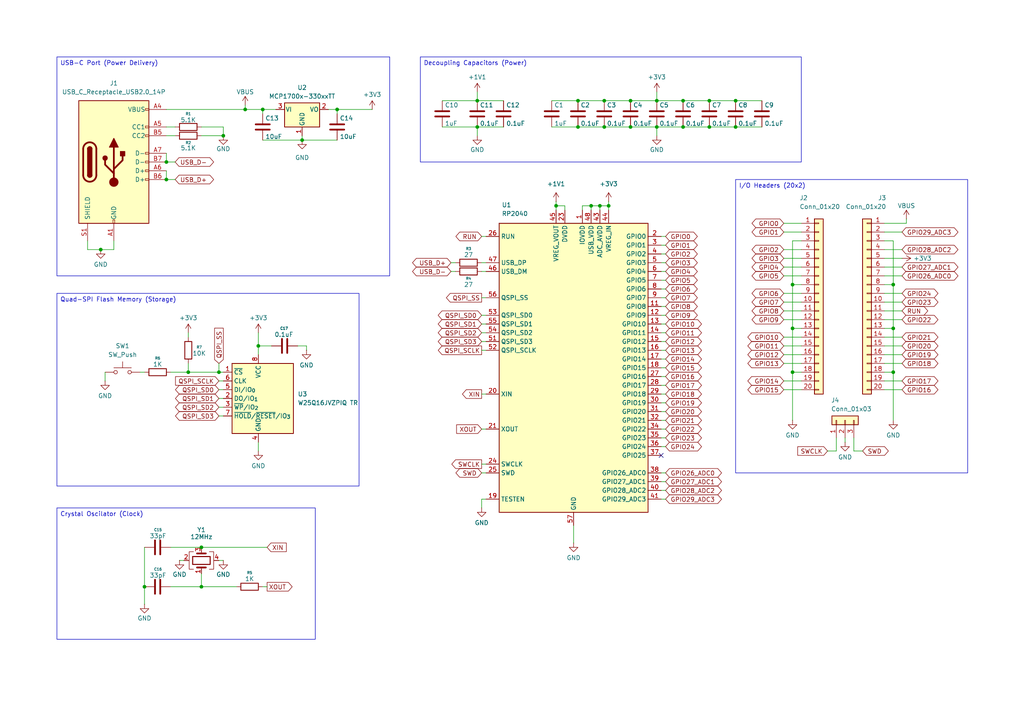
<source format=kicad_sch>
(kicad_sch (version 20250114) (generator "eeschema") (generator_version "9.0")
  (paper "A4")
  (title_block (title "RP2040-Devboard-Hackclub") (rev "v0.1") (company "Michael Zheng / NoozAbooz"))
  (lib_symbols
    (symbol "Connector:USB_C_Receptacle_USB2.0_14P" (pin_names (offset 1.016))
      (property "Reference" "J" (at 0 22.225 0))
      (property "Value" "USB_C_Receptacle_USB2.0_14P" (at 0 19.685 0))
      (symbol "USB_C_Receptacle_USB2.0_14P_1_1"
        (pin passive line (at -7.62 -22.86 90) (length 5.08) (name "SHIELD") (number "S1"))
        (pin passive line (at 0 -22.86 90) (length 5.08) (name "GND") (number "A1"))
        (pin passive line (at 0 -22.86 90) (length 5.08) (hide yes) (name "GND") (number "A12"))
        (pin passive line (at 0 -22.86 90) (length 5.08) (hide yes) (name "GND") (number "B1"))
        (pin passive line (at 0 -22.86 90) (length 5.08) (hide yes) (name "GND") (number "B12"))
        (pin passive line (at 15.24 15.24 180) (length 5.08) (name "VBUS") (number "A4"))
        (pin passive line (at 15.24 15.24 180) (length 5.08) (hide yes) (name "VBUS") (number "A9"))
        (pin passive line (at 15.24 15.24 180) (length 5.08) (hide yes) (name "VBUS") (number "B4"))
        (pin passive line (at 15.24 15.24 180) (length 5.08) (hide yes) (name "VBUS") (number "B9"))
        (pin bidirectional line (at 15.24 10.16 180) (length 5.08) (name "CC1") (number "A5"))
        (pin bidirectional line (at 15.24 7.62 180) (length 5.08) (name "CC2") (number "B5"))
        (pin bidirectional line (at 15.24 2.54 180) (length 5.08) (name "D-") (number "A7"))
        (pin bidirectional line (at 15.24 0 180) (length 5.08) (name "D-") (number "B7"))
        (pin bidirectional line (at 15.24 -2.54 180) (length 5.08) (name "D+") (number "A6"))
        (pin bidirectional line (at 15.24 -5.08 180) (length 5.08) (name "D+") (number "B6"))
      )
    )
    (symbol "Connector_Generic:Conn_01x03" (pin_names (offset 1.016) (hide yes))
      (property "Reference" "J" (at 0 5.08 0))
      (property "Value" "Conn_01x03" (at 0 -5.08 0))
      (symbol "Conn_01x03_1_1"
        (pin passive line (at -5.08 2.54 0) (length 3.81) (name "Pin_1") (number "1"))
        (pin passive line (at -5.08 0 0) (length 3.81) (name "Pin_2") (number "2"))
        (pin passive line (at -5.08 -2.54 0) (length 3.81) (name "Pin_3") (number "3"))
      )
    )
    (symbol "Connector_Generic:Conn_01x20" (pin_names (offset 1.016) (hide yes))
      (property "Reference" "J" (at 0 25.4 0))
      (property "Value" "Conn_01x20" (at 0 -27.94 0))
      (symbol "Conn_01x20_1_1"
        (pin passive line (at -5.08 22.86 0) (length 3.81) (name "Pin_1") (number "1"))
        (pin passive line (at -5.08 20.32 0) (length 3.81) (name "Pin_2") (number "2"))
        (pin passive line (at -5.08 17.78 0) (length 3.81) (name "Pin_3") (number "3"))
        (pin passive line (at -5.08 15.24 0) (length 3.81) (name "Pin_4") (number "4"))
        (pin passive line (at -5.08 12.7 0) (length 3.81) (name "Pin_5") (number "5"))
        (pin passive line (at -5.08 10.16 0) (length 3.81) (name "Pin_6") (number "6"))
        (pin passive line (at -5.08 7.62 0) (length 3.81) (name "Pin_7") (number "7"))
        (pin passive line (at -5.08 5.08 0) (length 3.81) (name "Pin_8") (number "8"))
        (pin passive line (at -5.08 2.54 0) (length 3.81) (name "Pin_9") (number "9"))
        (pin passive line (at -5.08 0 0) (length 3.81) (name "Pin_10") (number "10"))
        (pin passive line (at -5.08 -2.54 0) (length 3.81) (name "Pin_11") (number "11"))
        (pin passive line (at -5.08 -5.08 0) (length 3.81) (name "Pin_12") (number "12"))
        (pin passive line (at -5.08 -7.62 0) (length 3.81) (name "Pin_13") (number "13"))
        (pin passive line (at -5.08 -10.16 0) (length 3.81) (name "Pin_14") (number "14"))
        (pin passive line (at -5.08 -12.7 0) (length 3.81) (name "Pin_15") (number "15"))
        (pin passive line (at -5.08 -15.24 0) (length 3.81) (name "Pin_16") (number "16"))
        (pin passive line (at -5.08 -17.78 0) (length 3.81) (name "Pin_17") (number "17"))
        (pin passive line (at -5.08 -20.32 0) (length 3.81) (name "Pin_18") (number "18"))
        (pin passive line (at -5.08 -22.86 0) (length 3.81) (name "Pin_19") (number "19"))
        (pin passive line (at -5.08 -25.4 0) (length 3.81) (name "Pin_20") (number "20"))
      )
    )
    (symbol "Device:C" (pin_numbers (hide yes)) (pin_names (offset 0.254))
      (property "Reference" "C" (at 0.635 2.54 0))
      (property "Value" "C" (at 0.635 -2.54 0))
      (symbol "C_1_1"
        (pin passive line (at 0 3.81 270) (length 2.794) (name "~") (number "1"))
        (pin passive line (at 0 -3.81 90) (length 2.794) (name "~") (number "2"))
      )
    )
    (symbol "Device:Crystal_GND24" (pin_names (offset 1.016) (hide yes))
      (property "Reference" "Y" (at 3.175 5.08 0))
      (property "Value" "Crystal_GND24" (at 3.175 3.175 0))
      (symbol "Crystal_GND24_1_1"
        (pin passive line (at -3.81 0 0) (length 1.27) (name "1") (number "1"))
        (pin passive line (at 0 5.08 270) (length 1.27) (name "2") (number "2"))
        (pin passive line (at 0 -5.08 90) (length 1.27) (name "4") (number "4"))
        (pin passive line (at 3.81 0 180) (length 1.27) (name "3") (number "3"))
      )
    )
    (symbol "Device:R" (pin_numbers (hide yes)) (pin_names (offset 0))
      (property "Reference" "R" (at 2.032 0 90))
      (property "Value" "R" (at 0 0 90))
      (symbol "R_1_1"
        (pin passive line (at 0 3.81 270) (length 1.27) (name "~") (number "1"))
        (pin passive line (at 0 -3.81 90) (length 1.27) (name "~") (number "2"))
      )
    )
    (symbol "MCU_RaspberryPi:RP2040"
      (property "Reference" "U" (at 17.78 45.72 0))
      (property "Value" "RP2040" (at 17.78 43.18 0))
      (symbol "RP2040_1_1"
        (pin input line (at -25.4 38.1 0) (length 3.81) (name "RUN") (number "26"))
        (pin bidirectional line (at -25.4 30.48 0) (length 3.81) (name "USB_DP") (number "47"))
        (pin bidirectional line (at -25.4 27.94 0) (length 3.81) (name "USB_DM") (number "46"))
        (pin bidirectional line (at -25.4 20.32 0) (length 3.81) (name "QSPI_SS") (number "56"))
        (pin bidirectional line (at -25.4 15.24 0) (length 3.81) (name "QSPI_SD0") (number "53"))
        (pin bidirectional line (at -25.4 12.7 0) (length 3.81) (name "QSPI_SD1") (number "55"))
        (pin bidirectional line (at -25.4 10.16 0) (length 3.81) (name "QSPI_SD2") (number "54"))
        (pin bidirectional line (at -25.4 7.62 0) (length 3.81) (name "QSPI_SD3") (number "51"))
        (pin output line (at -25.4 5.08 0) (length 3.81) (name "QSPI_SCLK") (number "52"))
        (pin input line (at -25.4 -7.62 0) (length 3.81) (name "XIN") (number "20"))
        (pin passive line (at -25.4 -17.78 0) (length 3.81) (name "XOUT") (number "21"))
        (pin input line (at -25.4 -27.94 0) (length 3.81) (name "SWCLK") (number "24"))
        (pin bidirectional line (at -25.4 -30.48 0) (length 3.81) (name "SWD") (number "25"))
        (pin input line (at -25.4 -38.1 0) (length 3.81) (name "TESTEN") (number "19"))
        (pin power_out line (at -5.08 45.72 270) (length 3.81) (name "VREG_VOUT") (number "45"))
        (pin power_in line (at -2.54 45.72 270) (length 3.81) (name "DVDD") (number "23"))
        (pin passive line (at -2.54 45.72 270) (length 3.81) (hide yes) (name "DVDD") (number "50"))
        (pin power_in line (at 0 -45.72 90) (length 3.81) (name "GND") (number "57"))
        (pin power_in line (at 2.54 45.72 270) (length 3.81) (name "IOVDD") (number "1"))
        (pin passive line (at 2.54 45.72 270) (length 3.81) (hide yes) (name "IOVDD") (number "10"))
        (pin passive line (at 2.54 45.72 270) (length 3.81) (hide yes) (name "IOVDD") (number "22"))
        (pin passive line (at 2.54 45.72 270) (length 3.81) (hide yes) (name "IOVDD") (number "33"))
        (pin passive line (at 2.54 45.72 270) (length 3.81) (hide yes) (name "IOVDD") (number "42"))
        (pin passive line (at 2.54 45.72 270) (length 3.81) (hide yes) (name "IOVDD") (number "49"))
        (pin power_in line (at 5.08 45.72 270) (length 3.81) (name "USB_VDD") (number "48"))
        (pin power_in line (at 7.62 45.72 270) (length 3.81) (name "ADC_AVDD") (number "43"))
        (pin power_in line (at 10.16 45.72 270) (length 3.81) (name "VREG_IN") (number "44"))
        (pin bidirectional line (at 25.4 38.1 180) (length 3.81) (name "GPIO0") (number "2"))
        (pin bidirectional line (at 25.4 35.56 180) (length 3.81) (name "GPIO1") (number "3"))
        (pin bidirectional line (at 25.4 33.02 180) (length 3.81) (name "GPIO2") (number "4"))
        (pin bidirectional line (at 25.4 30.48 180) (length 3.81) (name "GPIO3") (number "5"))
        (pin bidirectional line (at 25.4 27.94 180) (length 3.81) (name "GPIO4") (number "6"))
        (pin bidirectional line (at 25.4 25.4 180) (length 3.81) (name "GPIO5") (number "7"))
        (pin bidirectional line (at 25.4 22.86 180) (length 3.81) (name "GPIO6") (number "8"))
        (pin bidirectional line (at 25.4 20.32 180) (length 3.81) (name "GPIO7") (number "9"))
        (pin bidirectional line (at 25.4 17.78 180) (length 3.81) (name "GPIO8") (number "11"))
        (pin bidirectional line (at 25.4 15.24 180) (length 3.81) (name "GPIO9") (number "12"))
        (pin bidirectional line (at 25.4 12.7 180) (length 3.81) (name "GPIO10") (number "13"))
        (pin bidirectional line (at 25.4 10.16 180) (length 3.81) (name "GPIO11") (number "14"))
        (pin bidirectional line (at 25.4 7.62 180) (length 3.81) (name "GPIO12") (number "15"))
        (pin bidirectional line (at 25.4 5.08 180) (length 3.81) (name "GPIO13") (number "16"))
        (pin bidirectional line (at 25.4 2.54 180) (length 3.81) (name "GPIO14") (number "17"))
        (pin bidirectional line (at 25.4 0 180) (length 3.81) (name "GPIO15") (number "18"))
        (pin bidirectional line (at 25.4 -2.54 180) (length 3.81) (name "GPIO16") (number "27"))
        (pin bidirectional line (at 25.4 -5.08 180) (length 3.81) (name "GPIO17") (number "28"))
        (pin bidirectional line (at 25.4 -7.62 180) (length 3.81) (name "GPIO18") (number "29"))
        (pin bidirectional line (at 25.4 -10.16 180) (length 3.81) (name "GPIO19") (number "30"))
        (pin bidirectional line (at 25.4 -12.7 180) (length 3.81) (name "GPIO20") (number "31"))
        (pin bidirectional line (at 25.4 -15.24 180) (length 3.81) (name "GPIO21") (number "32"))
        (pin bidirectional line (at 25.4 -17.78 180) (length 3.81) (name "GPIO22") (number "34"))
        (pin bidirectional line (at 25.4 -20.32 180) (length 3.81) (name "GPIO23") (number "35"))
        (pin bidirectional line (at 25.4 -22.86 180) (length 3.81) (name "GPIO24") (number "36"))
        (pin bidirectional line (at 25.4 -25.4 180) (length 3.81) (name "GPIO25") (number "37"))
        (pin bidirectional line (at 25.4 -30.48 180) (length 3.81) (name "GPIO26_ADC0") (number "38"))
        (pin bidirectional line (at 25.4 -33.02 180) (length 3.81) (name "GPIO27_ADC1") (number "39"))
        (pin bidirectional line (at 25.4 -35.56 180) (length 3.81) (name "GPIO28_ADC2") (number "40"))
        (pin bidirectional line (at 25.4 -38.1 180) (length 3.81) (name "GPIO29_ADC3") (number "41"))
      )
    )
    (symbol "Memory_Flash:W25Q128JVS"
      (property "Reference" "U" (at -6.35 11.43 0))
      (property "Value" "W25Q128JVS" (at 7.62 11.43 0))
      (symbol "W25Q128JVS_1_1"
        (pin input line (at -10.16 7.62 0) (length 2.54) (name "~{CS}") (number "1"))
        (pin input line (at -10.16 5.08 0) (length 2.54) (name "CLK") (number "6"))
        (pin bidirectional line (at -10.16 2.54 0) (length 2.54) (name "DI/IO_{0}") (number "5"))
        (pin bidirectional line (at -10.16 0 0) (length 2.54) (name "DO/IO_{1}") (number "2"))
        (pin bidirectional line (at -10.16 -2.54 0) (length 2.54) (name "~{WP}/IO_{2}") (number "3"))
        (pin bidirectional line (at -10.16 -5.08 0) (length 2.54) (name "~{HOLD}/~{RESET}/IO_{3}") (number "7"))
        (pin power_in line (at 0 12.7 270) (length 2.54) (name "VCC") (number "8"))
        (pin power_in line (at 0 -12.7 90) (length 2.54) (name "GND") (number "4"))
      )
    )
    (symbol "Regulator_Linear:MCP1700x-330xxTT" (pin_names (offset 0.254))
      (property "Reference" "U" (at -3.81 3.175 0))
      (property "Value" "MCP1700x-330xxTT" (at 0 3.175 0))
      (symbol "MCP1700x-330xxTT_1_1"
        (pin power_in line (at -7.62 0 0) (length 2.54) (name "VI") (number "3"))
        (pin power_in line (at 0 -7.62 90) (length 2.54) (name "GND") (number "1"))
        (pin power_out line (at 7.62 0 180) (length 2.54) (name "VO") (number "2"))
      )
    )
    (symbol "Switch:SW_Push" (pin_numbers (hide yes)) (pin_names (offset 1.016) (hide yes))
      (property "Reference" "SW" (at 1.27 2.54 0))
      (property "Value" "SW_Push" (at 0 -1.524 0))
      (symbol "SW_Push_0_1"
        (pin passive line (at -5.08 0 0) (length 2.54) (name "1") (number "1"))
        (pin passive line (at 5.08 0 180) (length 2.54) (name "2") (number "2"))
      )
    )
    (symbol "power:+1V1" (power) (pin_numbers (hide yes)) (pin_names (offset 0) (hide yes))
      (property "Value" "+1V1" (at 0 3.556 0))
      (symbol "+1V1_1_1"
        (pin power_in line (at 0 0 90) (length 0) (name "~") (number "1"))
      )
    )
    (symbol "power:+3V3" (power) (pin_numbers (hide yes)) (pin_names (offset 0) (hide yes))
      (property "Value" "+3V3" (at 0 3.556 0))
      (symbol "+3V3_1_1"
        (pin power_in line (at 0 0 90) (length 0) (name "~") (number "1"))
      )
    )
    (symbol "power:GND" (power) (pin_numbers (hide yes)) (pin_names (offset 0) (hide yes))
      (property "Value" "GND" (at 0 -3.81 0))
      (symbol "GND_1_1"
        (pin power_in line (at 0 0 270) (length 0) (name "~") (number "1"))
      )
    )
    (symbol "power:VBUS" (power) (pin_numbers (hide yes)) (pin_names (offset 0) (hide yes))
      (property "Value" "VBUS" (at 0 3.556 0))
      (symbol "VBUS_1_1"
        (pin power_in line (at 0 0 90) (length 0) (name "~") (number "1"))
      )
    )
  )
  (text_box "I/O Headers (20x2)\n" (at 213.36 52.07 0) (size 67.31 85.09) (margins 0.9525 0.9525 0.9525 0.9525) (effects (font (size 1.27 1.27)) (justify left top)))
  (text_box "Crystal Oscilator (Clock)\n" (at 16.51 147.32 0) (size 74.93 38.1) (margins 0.9525 0.9525 0.9525 0.9525) (effects (font (size 1.27 1.27)) (justify left top)))
  (text_box "Quad-SPI Flash Memory (Storage)\n" (at 16.51 85.09 0) (size 87.63 55.88) (margins 0.9525 0.9525 0.9525 0.9525) (effects (font (size 1.27 1.27)) (justify left top)))
  (text_box "USB-C Port (Power Delivery)\n" (at 16.51 16.51 0) (size 96.52 63.5) (margins 0.9525 0.9525 0.9525 0.9525) (effects (font (size 1.27 1.27)) (justify left top)))
  (text_box "Decoupling Capacitors (Power)\n" (at 121.92 16.51 0) (size 110.49 30.48) (margins 0.9525 0.9525 0.9525 0.9525) (effects (font (size 1.27 1.27)) (justify left top)))
  (junction (at 76.2 31.75))
  (junction (at 182.88 29.21))
  (junction (at 138.43 29.21))
  (junction (at 190.5 29.21))
  (junction (at 97.79 31.75))
  (junction (at 190.5 36.83))
  (junction (at 173.99 59.69))
  (junction (at 205.74 29.21))
  (junction (at 48.26 52.07))
  (junction (at 48.26 46.99))
  (junction (at 54.61 107.95))
  (junction (at 71.12 31.75))
  (junction (at 213.36 29.21))
  (junction (at 229.87 107.95))
  (junction (at 167.64 29.21))
  (junction (at 41.91 170.18))
  (junction (at 213.36 36.83))
  (junction (at 205.74 36.83))
  (junction (at 171.45 59.69))
  (junction (at 259.08 82.55))
  (junction (at 259.08 107.95))
  (junction (at 64.77 39.37))
  (junction (at 198.12 29.21))
  (junction (at 63.5 107.95))
  (junction (at 175.26 29.21))
  (junction (at 198.12 36.83))
  (junction (at 175.26 36.83))
  (junction (at 138.43 36.83))
  (junction (at 74.93 100.33))
  (junction (at 29.21 72.39))
  (junction (at 87.63 40.64))
  (junction (at 176.53 59.69))
  (junction (at 58.42 158.75))
  (junction (at 161.29 59.69))
  (junction (at 229.87 95.25))
  (junction (at 58.42 170.18))
  (junction (at 167.64 36.83))
  (junction (at 229.87 82.55))
  (junction (at 182.88 36.83))
  (junction (at 259.08 95.25))
  (no_connect (at 191.77 132.08))
  (wire (pts (xy 160.02 29.21) (xy 167.64 29.21)))
  (wire (pts (xy 139.7 99.06) (xy 140.97 99.06)))
  (wire (pts (xy 227.33 90.17) (xy 232.41 90.17)))
  (wire (pts (xy 227.33 113.03) (xy 232.41 113.03)))
  (wire (pts (xy 242.57 127) (xy 242.57 130.81)))
  (wire (pts (xy 140.97 144.78) (xy 139.7 144.78)))
  (wire (pts (xy 54.61 96.52) (xy 54.61 97.79)))
  (wire (pts (xy 259.08 82.55) (xy 259.08 95.25)))
  (wire (pts (xy 138.43 29.21) (xy 146.05 29.21)))
  (wire (pts (xy 74.93 100.33) (xy 78.74 100.33)))
  (wire (pts (xy 139.7 78.74) (xy 140.97 78.74)))
  (wire (pts (xy 259.08 107.95) (xy 259.08 121.92)))
  (wire (pts (xy 63.5 162.56) (xy 64.77 162.56)))
  (wire (pts (xy 138.43 26.67) (xy 138.43 29.21)))
  (wire (pts (xy 139.7 134.62) (xy 140.97 134.62)))
  (wire (pts (xy 166.37 152.4) (xy 166.37 157.48)))
  (wire (pts (xy 54.61 107.95) (xy 63.5 107.95)))
  (wire (pts (xy 175.26 36.83) (xy 182.88 36.83)))
  (wire (pts (xy 205.74 36.83) (xy 213.36 36.83)))
  (wire (pts (xy 256.54 90.17) (xy 261.62 90.17)))
  (wire (pts (xy 49.53 158.75) (xy 58.42 158.75)))
  (wire (pts (xy 256.54 82.55) (xy 259.08 82.55)))
  (wire (pts (xy 190.5 36.83) (xy 198.12 36.83)))
  (wire (pts (xy 171.45 59.69) (xy 173.99 59.69)))
  (wire (pts (xy 227.33 77.47) (xy 232.41 77.47)))
  (wire (pts (xy 227.33 72.39) (xy 232.41 72.39)))
  (wire (pts (xy 227.33 74.93) (xy 232.41 74.93)))
  (wire (pts (xy 227.33 64.77) (xy 232.41 64.77)))
  (wire (pts (xy 191.77 93.98) (xy 193.04 93.98)))
  (wire (pts (xy 54.61 107.95) (xy 54.61 105.41)))
  (wire (pts (xy 227.33 87.63) (xy 232.41 87.63)))
  (wire (pts (xy 191.77 91.44) (xy 193.04 91.44)))
  (wire (pts (xy 247.65 127) (xy 247.65 130.81)))
  (wire (pts (xy 139.7 114.3) (xy 140.97 114.3)))
  (wire (pts (xy 191.77 137.16) (xy 193.04 137.16)))
  (wire (pts (xy 48.26 46.99) (xy 50.8 46.99)))
  (wire (pts (xy 191.77 127) (xy 193.04 127)))
  (wire (pts (xy 229.87 82.55) (xy 229.87 95.25)))
  (wire (pts (xy 256.54 67.31) (xy 261.62 67.31)))
  (wire (pts (xy 139.7 86.36) (xy 140.97 86.36)))
  (wire (pts (xy 191.77 114.3) (xy 193.04 114.3)))
  (wire (pts (xy 48.26 31.75) (xy 71.12 31.75)))
  (wire (pts (xy 173.99 59.69) (xy 176.53 59.69)))
  (wire (pts (xy 167.64 29.21) (xy 175.26 29.21)))
  (wire (pts (xy 198.12 36.83) (xy 205.74 36.83)))
  (wire (pts (xy 191.77 71.12) (xy 193.04 71.12)))
  (wire (pts (xy 229.87 95.25) (xy 229.87 107.95)))
  (wire (pts (xy 161.29 59.69) (xy 163.83 59.69)))
  (wire (pts (xy 74.93 96.52) (xy 74.93 100.33)))
  (wire (pts (xy 40.64 107.95) (xy 41.91 107.95)))
  (wire (pts (xy 256.54 87.63) (xy 261.62 87.63)))
  (wire (pts (xy 139.7 144.78) (xy 139.7 147.32)))
  (wire (pts (xy 191.77 142.24) (xy 193.04 142.24)))
  (wire (pts (xy 76.2 40.64) (xy 87.63 40.64)))
  (wire (pts (xy 227.33 100.33) (xy 232.41 100.33)))
  (wire (pts (xy 256.54 105.41) (xy 261.62 105.41)))
  (wire (pts (xy 227.33 80.01) (xy 232.41 80.01)))
  (wire (pts (xy 191.77 68.58) (xy 193.04 68.58)))
  (wire (pts (xy 168.91 59.69) (xy 171.45 59.69)))
  (wire (pts (xy 139.7 68.58) (xy 140.97 68.58)))
  (wire (pts (xy 191.77 81.28) (xy 193.04 81.28)))
  (wire (pts (xy 74.93 128.27) (xy 74.93 130.81)))
  (wire (pts (xy 64.77 107.95) (xy 63.5 107.95)))
  (wire (pts (xy 97.79 31.75) (xy 97.79 33.02)))
  (wire (pts (xy 191.77 116.84) (xy 193.04 116.84)))
  (wire (pts (xy 256.54 74.93) (xy 261.62 74.93)))
  (wire (pts (xy 262.89 63.5) (xy 262.89 64.77)))
  (wire (pts (xy 63.5 110.49) (xy 64.77 110.49)))
  (wire (pts (xy 229.87 82.55) (xy 232.41 82.55)))
  (wire (pts (xy 259.08 95.25) (xy 259.08 107.95)))
  (wire (pts (xy 256.54 80.01) (xy 261.62 80.01)))
  (wire (pts (xy 138.43 36.83) (xy 138.43 39.37)))
  (wire (pts (xy 256.54 110.49) (xy 261.62 110.49)))
  (wire (pts (xy 160.02 36.83) (xy 167.64 36.83)))
  (wire (pts (xy 58.42 158.75) (xy 77.47 158.75)))
  (wire (pts (xy 128.27 29.21) (xy 138.43 29.21)))
  (wire (pts (xy 191.77 73.66) (xy 193.04 73.66)))
  (wire (pts (xy 190.5 26.67) (xy 190.5 29.21)))
  (wire (pts (xy 87.63 39.37) (xy 87.63 40.64)))
  (wire (pts (xy 232.41 69.85) (xy 229.87 69.85)))
  (wire (pts (xy 227.33 85.09) (xy 232.41 85.09)))
  (wire (pts (xy 256.54 69.85) (xy 259.08 69.85)))
  (wire (pts (xy 138.43 36.83) (xy 146.05 36.83)))
  (wire (pts (xy 191.77 121.92) (xy 193.04 121.92)))
  (wire (pts (xy 64.77 36.83) (xy 58.42 36.83)))
  (wire (pts (xy 63.5 113.03) (xy 64.77 113.03)))
  (wire (pts (xy 71.12 30.48) (xy 71.12 31.75)))
  (wire (pts (xy 49.53 170.18) (xy 58.42 170.18)))
  (wire (pts (xy 227.33 102.87) (xy 232.41 102.87)))
  (wire (pts (xy 191.77 139.7) (xy 193.04 139.7)))
  (wire (pts (xy 175.26 29.21) (xy 182.88 29.21)))
  (wire (pts (xy 191.77 96.52) (xy 193.04 96.52)))
  (wire (pts (xy 191.77 144.78) (xy 193.04 144.78)))
  (wire (pts (xy 86.36 100.33) (xy 88.9 100.33)))
  (wire (pts (xy 256.54 92.71) (xy 261.62 92.71)))
  (wire (pts (xy 242.57 130.81) (xy 240.03 130.81)))
  (wire (pts (xy 191.77 106.68) (xy 193.04 106.68)))
  (wire (pts (xy 191.77 78.74) (xy 193.04 78.74)))
  (wire (pts (xy 182.88 29.21) (xy 190.5 29.21)))
  (wire (pts (xy 64.77 39.37) (xy 58.42 39.37)))
  (wire (pts (xy 171.45 59.69) (xy 171.45 60.96)))
  (wire (pts (xy 190.5 36.83) (xy 190.5 39.37)))
  (wire (pts (xy 247.65 130.81) (xy 250.19 130.81)))
  (wire (pts (xy 182.88 36.83) (xy 190.5 36.83)))
  (wire (pts (xy 88.9 100.33) (xy 88.9 101.6)))
  (wire (pts (xy 64.77 36.83) (xy 64.77 39.37)))
  (wire (pts (xy 76.2 31.75) (xy 76.2 33.02)))
  (wire (pts (xy 256.54 102.87) (xy 261.62 102.87)))
  (wire (pts (xy 87.63 40.64) (xy 97.79 40.64)))
  (wire (pts (xy 33.02 72.39) (xy 33.02 69.85)))
  (wire (pts (xy 74.93 100.33) (xy 74.93 102.87)))
  (wire (pts (xy 97.79 31.75) (xy 107.95 31.75)))
  (wire (pts (xy 41.91 170.18) (xy 41.91 175.26)))
  (wire (pts (xy 191.77 109.22) (xy 193.04 109.22)))
  (wire (pts (xy 256.54 85.09) (xy 261.62 85.09)))
  (wire (pts (xy 139.7 101.6) (xy 140.97 101.6)))
  (wire (pts (xy 229.87 107.95) (xy 232.41 107.95)))
  (wire (pts (xy 227.33 105.41) (xy 232.41 105.41)))
  (wire (pts (xy 227.33 92.71) (xy 232.41 92.71)))
  (wire (pts (xy 139.7 91.44) (xy 140.97 91.44)))
  (wire (pts (xy 227.33 110.49) (xy 232.41 110.49)))
  (wire (pts (xy 256.54 100.33) (xy 261.62 100.33)))
  (wire (pts (xy 41.91 158.75) (xy 41.91 170.18)))
  (wire (pts (xy 245.11 127) (xy 245.11 128.27)))
  (wire (pts (xy 58.42 170.18) (xy 68.58 170.18)))
  (wire (pts (xy 48.26 44.45) (xy 48.26 46.99)))
  (wire (pts (xy 139.7 93.98) (xy 140.97 93.98)))
  (wire (pts (xy 161.29 60.96) (xy 161.29 59.69)))
  (wire (pts (xy 63.5 120.65) (xy 64.77 120.65)))
  (wire (pts (xy 63.5 105.41) (xy 63.5 107.95)))
  (wire (pts (xy 49.53 107.95) (xy 54.61 107.95)))
  (wire (pts (xy 139.7 137.16) (xy 140.97 137.16)))
  (wire (pts (xy 191.77 111.76) (xy 193.04 111.76)))
  (wire (pts (xy 227.33 67.31) (xy 232.41 67.31)))
  (wire (pts (xy 191.77 119.38) (xy 193.04 119.38)))
  (wire (pts (xy 256.54 97.79) (xy 261.62 97.79)))
  (wire (pts (xy 48.26 52.07) (xy 50.8 52.07)))
  (wire (pts (xy 229.87 95.25) (xy 232.41 95.25)))
  (wire (pts (xy 53.34 162.56) (xy 52.07 162.56)))
  (wire (pts (xy 167.64 36.83) (xy 175.26 36.83)))
  (wire (pts (xy 256.54 95.25) (xy 259.08 95.25)))
  (wire (pts (xy 48.26 39.37) (xy 50.8 39.37)))
  (wire (pts (xy 63.5 115.57) (xy 64.77 115.57)))
  (wire (pts (xy 191.77 101.6) (xy 193.04 101.6)))
  (wire (pts (xy 48.26 36.83) (xy 50.8 36.83)))
  (wire (pts (xy 198.12 29.21) (xy 205.74 29.21)))
  (wire (pts (xy 176.53 59.69) (xy 176.53 60.96)))
  (wire (pts (xy 48.26 49.53) (xy 48.26 52.07)))
  (wire (pts (xy 139.7 96.52) (xy 140.97 96.52)))
  (wire (pts (xy 71.12 31.75) (xy 76.2 31.75)))
  (wire (pts (xy 191.77 99.06) (xy 193.04 99.06)))
  (wire (pts (xy 95.25 31.75) (xy 97.79 31.75)))
  (wire (pts (xy 190.5 29.21) (xy 198.12 29.21)))
  (wire (pts (xy 262.89 64.77) (xy 256.54 64.77)))
  (wire (pts (xy 130.81 76.2) (xy 132.08 76.2)))
  (wire (pts (xy 76.2 31.75) (xy 80.01 31.75)))
  (wire (pts (xy 191.77 129.54) (xy 193.04 129.54)))
  (wire (pts (xy 256.54 113.03) (xy 261.62 113.03)))
  (wire (pts (xy 229.87 69.85) (xy 229.87 82.55)))
  (wire (pts (xy 30.48 107.95) (xy 30.48 110.49)))
  (wire (pts (xy 139.7 76.2) (xy 140.97 76.2)))
  (wire (pts (xy 213.36 29.21) (xy 220.98 29.21)))
  (wire (pts (xy 213.36 36.83) (xy 220.98 36.83)))
  (wire (pts (xy 256.54 77.47) (xy 261.62 77.47)))
  (wire (pts (xy 76.2 170.18) (xy 77.47 170.18)))
  (wire (pts (xy 168.91 60.96) (xy 168.91 59.69)))
  (wire (pts (xy 191.77 76.2) (xy 193.04 76.2)))
  (wire (pts (xy 229.87 107.95) (xy 229.87 121.92)))
  (wire (pts (xy 173.99 59.69) (xy 173.99 60.96)))
  (wire (pts (xy 191.77 104.14) (xy 193.04 104.14)))
  (wire (pts (xy 25.4 69.85) (xy 25.4 72.39)))
  (wire (pts (xy 163.83 59.69) (xy 163.83 60.96)))
  (wire (pts (xy 205.74 29.21) (xy 213.36 29.21)))
  (wire (pts (xy 256.54 72.39) (xy 261.62 72.39)))
  (wire (pts (xy 191.77 124.46) (xy 193.04 124.46)))
  (wire (pts (xy 191.77 83.82) (xy 193.04 83.82)))
  (wire (pts (xy 128.27 36.83) (xy 138.43 36.83)))
  (wire (pts (xy 259.08 69.85) (xy 259.08 82.55)))
  (wire (pts (xy 63.5 118.11) (xy 64.77 118.11)))
  (wire (pts (xy 191.77 88.9) (xy 193.04 88.9)))
  (wire (pts (xy 256.54 107.95) (xy 259.08 107.95)))
  (wire (pts (xy 227.33 97.79) (xy 232.41 97.79)))
  (wire (pts (xy 29.21 72.39) (xy 33.02 72.39)))
  (wire (pts (xy 25.4 72.39) (xy 29.21 72.39)))
  (wire (pts (xy 139.7 124.46) (xy 140.97 124.46)))
  (wire (pts (xy 176.53 58.42) (xy 176.53 59.69)))
  (wire (pts (xy 161.29 58.42) (xy 161.29 59.69)))
  (wire (pts (xy 191.77 86.36) (xy 193.04 86.36)))
  (wire (pts (xy 130.81 78.74) (xy 132.08 78.74)))
  (wire (pts (xy 58.42 166.37) (xy 58.42 170.18)))
  (global_label "GPIO8" (shape bidirectional) (at 193.04 88.9 0) (property "Intersheetrefs" "${INTERSHEET_REFS}" (effects (hide yes))))
  (global_label "GPIO6" (shape bidirectional) (at 193.04 83.82 0) (property "Intersheetrefs" "${INTERSHEET_REFS}" (effects (hide yes))))
  (global_label "GPIO1" (shape bidirectional) (at 227.33 67.31 180) (property "Intersheetrefs" "${INTERSHEET_REFS}" (effects (hide yes))))
  (global_label "XOUT" (shape output) (at 77.47 170.18 0) (property "Intersheetrefs" "${INTERSHEET_REFS}" (effects (hide yes))))
  (global_label "GPIO3" (shape bidirectional) (at 227.33 74.93 180) (property "Intersheetrefs" "${INTERSHEET_REFS}" (effects (hide yes))))
  (global_label "GPIO0" (shape bidirectional) (at 227.33 64.77 180) (property "Intersheetrefs" "${INTERSHEET_REFS}" (effects (hide yes))))
  (global_label "GPIO4" (shape bidirectional) (at 227.33 77.47 180) (property "Intersheetrefs" "${INTERSHEET_REFS}" (effects (hide yes))))
  (global_label "GPIO1" (shape bidirectional) (at 193.04 71.12 0) (property "Intersheetrefs" "${INTERSHEET_REFS}" (effects (hide yes))))
  (global_label "USB_D+" (shape bidirectional) (at 50.8 52.07 0) (property "Intersheetrefs" "${INTERSHEET_REFS}" (effects (hide yes))))
  (global_label "QSPI_SD2" (shape bidirectional) (at 139.7 96.52 180) (property "Intersheetrefs" "${INTERSHEET_REFS}" (effects (hide yes))))
  (global_label "QSPI_SD0" (shape bidirectional) (at 63.5 113.03 180) (property "Intersheetrefs" "${INTERSHEET_REFS}" (effects (hide yes))))
  (global_label "GPIO14" (shape bidirectional) (at 227.33 110.49 180) (property "Intersheetrefs" "${INTERSHEET_REFS}" (effects (hide yes))))
  (global_label "GPIO22" (shape bidirectional) (at 261.62 92.71 0) (property "Intersheetrefs" "${INTERSHEET_REFS}" (effects (hide yes))))
  (global_label "USB_D-" (shape bidirectional) (at 130.81 78.74 180) (property "Intersheetrefs" "${INTERSHEET_REFS}" (effects (hide yes))))
  (global_label "GPIO19" (shape bidirectional) (at 193.04 116.84 0) (property "Intersheetrefs" "${INTERSHEET_REFS}" (effects (hide yes))))
  (global_label "QSPI_SD0" (shape bidirectional) (at 139.7 91.44 180) (property "Intersheetrefs" "${INTERSHEET_REFS}" (effects (hide yes))))
  (global_label "GPIO29_ADC3" (shape bidirectional) (at 261.62 67.31 0) (property "Intersheetrefs" "${INTERSHEET_REFS}" (effects (hide yes))))
  (global_label "GPIO21" (shape bidirectional) (at 193.04 121.92 0) (property "Intersheetrefs" "${INTERSHEET_REFS}" (effects (hide yes))))
  (global_label "GPIO21" (shape bidirectional) (at 261.62 97.79 0) (property "Intersheetrefs" "${INTERSHEET_REFS}" (effects (hide yes))))
  (global_label "XIN" (shape input) (at 77.47 158.75 0) (property "Intersheetrefs" "${INTERSHEET_REFS}" (effects (hide yes))))
  (global_label "SWD" (shape bidirectional) (at 139.7 137.16 180) (property "Intersheetrefs" "${INTERSHEET_REFS}" (effects (hide yes))))
  (global_label "GPIO13" (shape bidirectional) (at 227.33 105.41 180) (property "Intersheetrefs" "${INTERSHEET_REFS}" (effects (hide yes))))
  (global_label "USB_D-" (shape bidirectional) (at 50.8 46.99 0) (property "Intersheetrefs" "${INTERSHEET_REFS}" (effects (hide yes))))
  (global_label "GPIO6" (shape bidirectional) (at 227.33 85.09 180) (property "Intersheetrefs" "${INTERSHEET_REFS}" (effects (hide yes))))
  (global_label "GPIO0" (shape bidirectional) (at 193.04 68.58 0) (property "Intersheetrefs" "${INTERSHEET_REFS}" (effects (hide yes))))
  (global_label "GPIO24" (shape bidirectional) (at 193.04 129.54 0) (property "Intersheetrefs" "${INTERSHEET_REFS}" (effects (hide yes))))
  (global_label "GPIO17" (shape bidirectional) (at 193.04 111.76 0) (property "Intersheetrefs" "${INTERSHEET_REFS}" (effects (hide yes))))
  (global_label "GPIO28_ADC2" (shape bidirectional) (at 261.62 72.39 0) (property "Intersheetrefs" "${INTERSHEET_REFS}" (effects (hide yes))))
  (global_label "GPIO26_ADC0" (shape bidirectional) (at 261.62 80.01 0) (property "Intersheetrefs" "${INTERSHEET_REFS}" (effects (hide yes))))
  (global_label "GPIO18" (shape bidirectional) (at 261.62 105.41 0) (property "Intersheetrefs" "${INTERSHEET_REFS}" (effects (hide yes))))
  (global_label "QSPI_SD3" (shape bidirectional) (at 63.5 120.65 180) (property "Intersheetrefs" "${INTERSHEET_REFS}" (effects (hide yes))))
  (global_label "GPIO22" (shape bidirectional) (at 193.04 124.46 0) (property "Intersheetrefs" "${INTERSHEET_REFS}" (effects (hide yes))))
  (global_label "GPIO26_ADC0" (shape bidirectional) (at 193.04 137.16 0) (property "Intersheetrefs" "${INTERSHEET_REFS}" (effects (hide yes))))
  (global_label "GPIO16" (shape bidirectional) (at 261.62 113.03 0) (property "Intersheetrefs" "${INTERSHEET_REFS}" (effects (hide yes))))
  (global_label "QSPI_SS" (shape input) (at 63.5 105.41 90) (property "Intersheetrefs" "${INTERSHEET_REFS}" (effects (hide yes))))
  (global_label "GPIO16" (shape bidirectional) (at 193.04 109.22 0) (property "Intersheetrefs" "${INTERSHEET_REFS}" (effects (hide yes))))
  (global_label "GPIO10" (shape bidirectional) (at 227.33 97.79 180) (property "Intersheetrefs" "${INTERSHEET_REFS}" (effects (hide yes))))
  (global_label "GPIO20" (shape bidirectional) (at 261.62 100.33 0) (property "Intersheetrefs" "${INTERSHEET_REFS}" (effects (hide yes))))
  (global_label "QSPI_SS" (shape output) (at 139.7 86.36 180) (property "Intersheetrefs" "${INTERSHEET_REFS}" (effects (hide yes))))
  (global_label "GPIO17" (shape bidirectional) (at 261.62 110.49 0) (property "Intersheetrefs" "${INTERSHEET_REFS}" (effects (hide yes))))
  (global_label "QSPI_SD3" (shape bidirectional) (at 139.7 99.06 180) (property "Intersheetrefs" "${INTERSHEET_REFS}" (effects (hide yes))))
  (global_label "GPIO5" (shape bidirectional) (at 193.04 81.28 0) (property "Intersheetrefs" "${INTERSHEET_REFS}" (effects (hide yes))))
  (global_label "GPIO14" (shape bidirectional) (at 193.04 104.14 0) (property "Intersheetrefs" "${INTERSHEET_REFS}" (effects (hide yes))))
  (global_label "GPIO13" (shape bidirectional) (at 193.04 101.6 0) (property "Intersheetrefs" "${INTERSHEET_REFS}" (effects (hide yes))))
  (global_label "GPIO27_ADC1" (shape bidirectional) (at 193.04 139.7 0) (property "Intersheetrefs" "${INTERSHEET_REFS}" (effects (hide yes))))
  (global_label "GPIO24" (shape bidirectional) (at 261.62 85.09 0) (property "Intersheetrefs" "${INTERSHEET_REFS}" (effects (hide yes))))
  (global_label "GPIO27_ADC1" (shape bidirectional) (at 261.62 77.47 0) (property "Intersheetrefs" "${INTERSHEET_REFS}" (effects (hide yes))))
  (global_label "GPIO8" (shape bidirectional) (at 227.33 90.17 180) (property "Intersheetrefs" "${INTERSHEET_REFS}" (effects (hide yes))))
  (global_label "GPIO18" (shape bidirectional) (at 193.04 114.3 0) (property "Intersheetrefs" "${INTERSHEET_REFS}" (effects (hide yes))))
  (global_label "GPIO2" (shape bidirectional) (at 227.33 72.39 180) (property "Intersheetrefs" "${INTERSHEET_REFS}" (effects (hide yes))))
  (global_label "GPIO2" (shape bidirectional) (at 193.04 73.66 0) (property "Intersheetrefs" "${INTERSHEET_REFS}" (effects (hide yes))))
  (global_label "SWCLK" (shape input) (at 240.03 130.81 180) (property "Intersheetrefs" "${INTERSHEET_REFS}" (effects (hide yes))))
  (global_label "GPIO15" (shape bidirectional) (at 227.33 113.03 180) (property "Intersheetrefs" "${INTERSHEET_REFS}" (effects (hide yes))))
  (global_label "GPIO9" (shape bidirectional) (at 193.04 91.44 0) (property "Intersheetrefs" "${INTERSHEET_REFS}" (effects (hide yes))))
  (global_label "SWCLK" (shape output) (at 139.7 134.62 180) (property "Intersheetrefs" "${INTERSHEET_REFS}" (effects (hide yes))))
  (global_label "GPIO15" (shape bidirectional) (at 193.04 106.68 0) (property "Intersheetrefs" "${INTERSHEET_REFS}" (effects (hide yes))))
  (global_label "QSPI_SCLK" (shape input) (at 63.5 110.49 180) (property "Intersheetrefs" "${INTERSHEET_REFS}" (effects (hide yes))))
  (global_label "QSPI_SCLK" (shape output) (at 139.7 101.6 180) (property "Intersheetrefs" "${INTERSHEET_REFS}" (effects (hide yes))))
  (global_label "GPIO20" (shape bidirectional) (at 193.04 119.38 0) (property "Intersheetrefs" "${INTERSHEET_REFS}" (effects (hide yes))))
  (global_label "GPIO12" (shape bidirectional) (at 227.33 102.87 180) (property "Intersheetrefs" "${INTERSHEET_REFS}" (effects (hide yes))))
  (global_label "GPIO5" (shape bidirectional) (at 227.33 80.01 180) (property "Intersheetrefs" "${INTERSHEET_REFS}" (effects (hide yes))))
  (global_label "GPIO28_ADC2" (shape bidirectional) (at 193.04 142.24 0) (property "Intersheetrefs" "${INTERSHEET_REFS}" (effects (hide yes))))
  (global_label "SWD" (shape bidirectional) (at 250.19 130.81 0) (property "Intersheetrefs" "${INTERSHEET_REFS}" (effects (hide yes))))
  (global_label "GPIO12" (shape bidirectional) (at 193.04 99.06 0) (property "Intersheetrefs" "${INTERSHEET_REFS}" (effects (hide yes))))
  (global_label "GPIO9" (shape bidirectional) (at 227.33 92.71 180) (property "Intersheetrefs" "${INTERSHEET_REFS}" (effects (hide yes))))
  (global_label "RUN" (shape bidirectional) (at 139.7 68.58 180) (property "Intersheetrefs" "${INTERSHEET_REFS}" (effects (hide yes))))
  (global_label "XOUT" (shape input) (at 139.7 124.46 180) (property "Intersheetrefs" "${INTERSHEET_REFS}" (effects (hide yes))))
  (global_label "QSPI_SD1" (shape bidirectional) (at 139.7 93.98 180) (property "Intersheetrefs" "${INTERSHEET_REFS}" (effects (hide yes))))
  (global_label "GPIO11" (shape bidirectional) (at 193.04 96.52 0) (property "Intersheetrefs" "${INTERSHEET_REFS}" (effects (hide yes))))
  (global_label "QSPI_SD1" (shape bidirectional) (at 63.5 115.57 180) (property "Intersheetrefs" "${INTERSHEET_REFS}" (effects (hide yes))))
  (global_label "GPIO23" (shape bidirectional) (at 261.62 87.63 0) (property "Intersheetrefs" "${INTERSHEET_REFS}" (effects (hide yes))))
  (global_label "USB_D+" (shape bidirectional) (at 130.81 76.2 180) (property "Intersheetrefs" "${INTERSHEET_REFS}" (effects (hide yes))))
  (global_label "GPIO3" (shape bidirectional) (at 193.04 76.2 0) (property "Intersheetrefs" "${INTERSHEET_REFS}" (effects (hide yes))))
  (global_label "GPIO4" (shape bidirectional) (at 193.04 78.74 0) (property "Intersheetrefs" "${INTERSHEET_REFS}" (effects (hide yes))))
  (global_label "GPIO11" (shape bidirectional) (at 227.33 100.33 180) (property "Intersheetrefs" "${INTERSHEET_REFS}" (effects (hide yes))))
  (global_label "QSPI_SD2" (shape bidirectional) (at 63.5 118.11 180) (property "Intersheetrefs" "${INTERSHEET_REFS}" (effects (hide yes))))
  (global_label "GPIO23" (shape bidirectional) (at 193.04 127 0) (property "Intersheetrefs" "${INTERSHEET_REFS}" (effects (hide yes))))
  (global_label "GPIO7" (shape bidirectional) (at 193.04 86.36 0) (property "Intersheetrefs" "${INTERSHEET_REFS}" (effects (hide yes))))
  (global_label "XIN" (shape output) (at 139.7 114.3 180) (property "Intersheetrefs" "${INTERSHEET_REFS}" (effects (hide yes))))
  (global_label "RUN" (shape bidirectional) (at 261.62 90.17 0) (property "Intersheetrefs" "${INTERSHEET_REFS}" (effects (hide yes))))
  (global_label "GPIO7" (shape bidirectional) (at 227.33 87.63 180) (property "Intersheetrefs" "${INTERSHEET_REFS}" (effects (hide yes))))
  (global_label "GPIO19" (shape bidirectional) (at 261.62 102.87 0) (property "Intersheetrefs" "${INTERSHEET_REFS}" (effects (hide yes))))
  (global_label "GPIO10" (shape bidirectional) (at 193.04 93.98 0) (property "Intersheetrefs" "${INTERSHEET_REFS}" (effects (hide yes))))
  (global_label "GPIO29_ADC3" (shape bidirectional) (at 193.04 144.78 0) (property "Intersheetrefs" "${INTERSHEET_REFS}" (effects (hide yes))))
  (symbol (lib_id "Device:R") (at 72.39 170.18 90) (unit 1)
    (property "Reference" "R5" (at 72.39 166.116 90) (effects (font (size 0.762 0.762))))
    (property "Value" "1K" (at 72.39 167.894 90))
    (property "Footprint" "Resistor_SMD:R_0402_1005Metric" (effects (hide yes)))
    (property "Description" "Resistor" (effects (hide yes)))
  )
  (symbol (lib_id "power:VBUS") (at 262.89 63.5 0) (unit 1)
    (property "Reference" "#PWR023" (effects (hide yes)))
    (property "Value" "VBUS" (at 262.89 59.69 0))
    (property "Description" "Power symbol creates a global label with name \"VBUS\"" (effects (hide yes)))
  )
  (symbol (lib_id "power:GND") (at 138.43 39.37 0) (unit 1)
    (property "Reference" "#PWR06" (effects (hide yes)))
    (property "Value" "GND" (at 138.43 43.434 0))
    (property "Description" "Power symbol creates a global label with name \"GND\" , ground" (effects (hide yes)))
  )
  (symbol (lib_id "Device:C") (at 82.55 100.33 90) (unit 1)
    (property "Reference" "C17" (at 83.566 95.25 90) (effects (font (size 0.762 0.762)) (justify left)))
    (property "Value" "0.1uF" (at 85.09 97.028 90) (effects (justify left)))
    (property "Footprint" "Capacitor_SMD:C_0402_1005Metric" (effects (hide yes)))
    (property "Description" "Unpolarized capacitor" (effects (hide yes)))
  )
  (symbol (lib_id "power:+3V3") (at 107.95 31.75 0) (unit 1)
    (property "Reference" "#PWR012" (effects (hide yes)))
    (property "Value" "+3V3" (at 107.95 27.432 0))
    (property "Description" "Power symbol creates a global label with name \"+3V3\"" (effects (hide yes)))
  )
  (symbol (lib_id "Device:C") (at 175.26 33.02 0) (unit 1)
    (property "Reference" "C3" (at 176.022 30.48 0) (effects (justify left)))
    (property "Value" "0.1uF" (at 176.022 35.814 0) (effects (justify left)))
    (property "Footprint" "Capacitor_SMD:C_0402_1005Metric" (effects (hide yes)))
    (property "Description" "Unpolarized capacitor" (effects (hide yes)))
  )
  (symbol (lib_id "power:GND") (at 229.87 121.92 0) (unit 1)
    (property "Reference" "#PWR022" (effects (hide yes)))
    (property "Value" "GND" (at 229.87 126.238 0))
    (property "Description" "Power symbol creates a global label with name \"GND\" , ground" (effects (hide yes)))
  )
  (symbol (lib_id "power:+3V3") (at 261.62 74.93 270) (unit 1)
    (property "Reference" "#PWR024" (effects (hide yes)))
    (property "Value" "+3V3" (at 264.922 74.93 90) (effects (justify left)))
    (property "Description" "Power symbol creates a global label with name \"+3V3\"" (effects (hide yes)))
  )
  (symbol (lib_id "Device:R") (at 45.72 107.95 270) (mirror x) (unit 1)
    (property "Reference" "R6" (at 45.72 103.886 90) (effects (font (size 0.762 0.762))))
    (property "Value" "1K" (at 45.72 105.664 90))
    (property "Footprint" "Resistor_SMD:R_0402_1005Metric" (effects (hide yes)))
    (property "Description" "Resistor" (effects (hide yes)))
  )
  (symbol (lib_id "power:GND") (at 41.91 175.26 0) (unit 1)
    (property "Reference" "#PWR013" (effects (hide yes)))
    (property "Value" "GND" (at 41.91 179.324 0))
    (property "Description" "Power symbol creates a global label with name \"GND\" , ground" (effects (hide yes)))
  )
  (symbol (lib_id "power:GND") (at 52.07 162.56 0) (unit 1)
    (property "Reference" "#PWR014" (effects (hide yes)))
    (property "Value" "GND" (at 52.07 166.624 0))
    (property "Description" "Power symbol creates a global label with name \"GND\" , ground" (effects (hide yes)))
  )
  (symbol (lib_id "Device:R") (at 135.89 78.74 90) (mirror x) (unit 1)
    (property "Reference" "R4" (at 135.89 80.772 90) (effects (font (size 0.762 0.762))))
    (property "Value" "27" (at 135.89 82.55 90))
    (property "Footprint" "Resistor_SMD:R_0402_1005Metric" (effects (hide yes)))
    (property "Description" "Resistor" (effects (hide yes)))
  )
  (symbol (lib_id "Device:Crystal_GND24") (at 58.42 162.56 90) (unit 1)
    (property "Reference" "Y1" (at 58.42 153.67 90))
    (property "Value" "12MHz" (at 58.42 155.702 90))
    (property "Footprint" "Crystal:Crystal_SMD_3225-4Pin_3.2x2.5mm" (effects (hide yes)))
    (property "Description" "Four pin crystal, GND on pins 2 and 4" (effects (hide yes)))
    (property "Item" "Crystal_GND24" (effects (hide yes)))
  )
  (symbol (lib_id "Device:C") (at 182.88 33.02 0) (unit 1)
    (property "Reference" "C4" (at 183.642 30.48 0) (effects (justify left)))
    (property "Value" "0.1uF" (at 183.642 35.814 0) (effects (justify left)))
    (property "Footprint" "Capacitor_SMD:C_0402_1005Metric" (effects (hide yes)))
    (property "Description" "Unpolarized capacitor" (effects (hide yes)))
  )
  (symbol (lib_id "Device:C") (at 160.02 33.02 0) (unit 1)
    (property "Reference" "C1" (at 160.782 30.48 0) (effects (justify left)))
    (property "Value" "1uF" (at 160.782 35.814 0) (effects (justify left)))
    (property "Footprint" "Capacitor_SMD:C_0402_1005Metric" (effects (hide yes)))
    (property "Description" "Unpolarized capacitor" (effects (hide yes)))
  )
  (symbol (lib_id "power:GND") (at 64.77 162.56 0) (unit 1)
    (property "Reference" "#PWR015" (effects (hide yes)))
    (property "Value" "GND" (at 64.77 166.624 0))
    (property "Description" "Power symbol creates a global label with name \"GND\" , ground" (effects (hide yes)))
  )
  (symbol (lib_id "Device:R") (at 54.61 36.83 90) (unit 1)
    (property "Reference" "R1" (at 54.61 33.02 90) (effects (font (size 0.762 0.762))))
    (property "Value" "5.1K" (at 54.61 34.798 90))
    (property "Footprint" "Resistor_SMD:R_0402_1005Metric" (effects (hide yes)))
    (property "Description" "Resistor" (effects (hide yes)))
  )
  (symbol (lib_id "power:+3V3") (at 190.5 26.67 0) (unit 1)
    (property "Reference" "#PWR03" (effects (hide yes)))
    (property "Value" "+3V3" (at 190.5 22.352 0))
    (property "Description" "Power symbol creates a global label with name \"+3V3\"" (effects (hide yes)))
  )
  (symbol (lib_id "Device:C") (at 146.05 33.02 0) (unit 1)
    (property "Reference" "C12" (at 146.812 30.48 0) (effects (justify left)))
    (property "Value" "0.1uF" (at 146.812 35.814 0) (effects (justify left)))
    (property "Footprint" "Capacitor_SMD:C_0402_1005Metric" (effects (hide yes)))
    (property "Description" "Unpolarized capacitor" (effects (hide yes)))
  )
  (symbol (lib_id "power:GND") (at 29.21 72.39 0) (unit 1)
    (property "Reference" "#PWR08" (effects (hide yes)))
    (property "Value" "GND" (at 29.21 76.708 0))
    (property "Description" "Power symbol creates a global label with name \"GND\" , ground" (effects (hide yes)))
  )
  (symbol (lib_id "Device:C") (at 128.27 33.02 0) (unit 1)
    (property "Reference" "C10" (at 129.032 30.48 0) (effects (justify left)))
    (property "Value" "1uF" (at 129.032 35.814 0) (effects (justify left)))
    (property "Footprint" "Capacitor_SMD:C_0402_1005Metric" (effects (hide yes)))
    (property "Description" "Unpolarized capacitor" (effects (hide yes)))
  )
  (symbol (lib_id "Device:C") (at 138.43 33.02 0) (unit 1)
    (property "Reference" "C11" (at 139.192 30.48 0) (effects (justify left)))
    (property "Value" "0.1uF" (at 139.192 35.814 0) (effects (justify left)))
    (property "Footprint" "Capacitor_SMD:C_0402_1005Metric" (effects (hide yes)))
    (property "Description" "Unpolarized capacitor" (effects (hide yes)))
  )
  (symbol (lib_id "Regulator_Linear:MCP1700x-330xxTT") (at 87.63 31.75 0) (unit 1)
    (property "Reference" "U2" (at 87.63 25.4 0))
    (property "Value" "MCP1700x-330xxTT" (at 87.63 27.94 0))
    (property "Footprint" "Package_TO_SOT_SMD:SOT-23" (effects (hide yes)))
    (property "Datasheet" "http://ww1.microchip.com/downloads/en/DeviceDoc/20001826D.pdf" (effects (hide yes)))
    (property "Description" "250mA Low Quiscent Current LDO, 3.3V output, SOT-23" (effects (hide yes)))
  )
  (symbol (lib_id "power:+1V1") (at 138.43 26.67 0) (unit 1)
    (property "Reference" "#PWR05" (effects (hide yes)))
    (property "Value" "+1V1" (at 138.43 22.352 0))
    (property "Description" "Power symbol creates a global label with name \"+1V1\"" (effects (hide yes)))
  )
  (symbol (lib_id "Connector_Generic:Conn_01x20") (at 237.49 87.63 0) (unit 1)
    (property "Reference" "J2" (at 231.902 57.404 0) (effects (justify left)))
    (property "Value" "Conn_01x20" (at 231.902 59.944 0) (effects (justify left)))
    (property "Footprint" "Connector_PinHeader_2.54mm:PinHeader_1x20_P2.54mm_Vertical" (effects (hide yes)))
    (property "Description" "Generic connector, single row, 01x20, script generated (kicad-library-utils/schlib/autogen/connector/)" (effects (hide yes)))
  )
  (symbol (lib_id "power:GND") (at 190.5 39.37 0) (unit 1)
    (property "Reference" "#PWR04" (effects (hide yes)))
    (property "Value" "GND" (at 190.5 43.434 0))
    (property "Description" "Power symbol creates a global label with name \"GND\" , ground" (effects (hide yes)))
  )
  (symbol (lib_id "power:GND") (at 245.11 128.27 0) (unit 1)
    (property "Reference" "#PWR026" (effects (hide yes)))
    (property "Value" "GND" (at 245.11 132.588 0))
    (property "Description" "Power symbol creates a global label with name \"GND\" , ground" (effects (hide yes)))
  )
  (symbol (lib_id "power:+3V3") (at 74.93 96.52 0) (unit 1)
    (property "Reference" "#PWR017" (effects (hide yes)))
    (property "Value" "+3V3" (at 74.93 92.202 0))
    (property "Description" "Power symbol creates a global label with name \"+3V3\"" (effects (hide yes)))
  )
  (symbol (lib_id "Switch:SW_Push") (at 35.56 107.95 0) (unit 1)
    (property "Reference" "SW1" (at 35.56 100.33 0))
    (property "Value" "SW_Push" (at 35.56 102.87 0))
    (property "Footprint" "Button_Switch_SMD:SW_Push_SPST_NO_Alps_SKRK" (effects (hide yes)))
    (property "Description" "Push button switch, generic, two pins" (effects (hide yes)))
  )
  (symbol (lib_id "power:GND") (at 88.9 101.6 0) (unit 1)
    (property "Reference" "#PWR018" (effects (hide yes)))
    (property "Value" "GND" (at 88.9 105.918 0))
    (property "Description" "Power symbol creates a global label with name \"GND\" , ground" (effects (hide yes)))
  )
  (symbol (lib_id "Connector_Generic:Conn_01x20") (at 251.46 87.63 0) (mirror y) (unit 1)
    (property "Reference" "J3" (at 257.048 57.404 0) (effects (justify left)))
    (property "Value" "Conn_01x20" (at 257.048 59.944 0) (effects (justify left)))
    (property "Footprint" "Connector_PinHeader_2.54mm:PinHeader_1x20_P2.54mm_Vertical" (effects (hide yes)))
    (property "Description" "Generic connector, single row, 01x20, script generated (kicad-library-utils/schlib/autogen/connector/)" (effects (hide yes)))
  )
  (symbol (lib_id "Connector_Generic:Conn_01x03") (at 245.11 121.92 90) (unit 1)
    (property "Reference" "J4" (at 241.046 116.078 90) (effects (justify right)))
    (property "Value" "Conn_01x03" (at 241.046 118.618 90) (effects (justify right)))
    (property "Footprint" "Connector_PinHeader_2.54mm:PinHeader_1x03_P2.54mm_Vertical" (effects (hide yes)))
    (property "Description" "Generic connector, single row, 01x03, script generated (kicad-library-utils/schlib/autogen/connector/)" (effects (hide yes)))
  )
  (symbol (lib_id "Connector:USB_C_Receptacle_USB2.0_14P") (at 33.02 46.99 0) (unit 1)
    (property "Reference" "J1" (at 33.02 24.13 0))
    (property "Value" "USB_C_Receptacle_USB2.0_14P" (at 33.02 26.67 0))
    (property "Footprint" "Connector_USB:USB_C_Receptacle_HRO_TYPE-C-31-M-12" (effects (hide yes)))
    (property "Datasheet" "https://www.usb.org/sites/default/files/documents/usb_type-c.zip" (effects (hide yes)))
    (property "Description" "USB 2.0-only 14P Type-C Receptacle connector" (effects (hide yes)))
  )
  (symbol (lib_id "power:+1V1") (at 161.29 58.42 0) (unit 1)
    (property "Reference" "#PWR01" (effects (hide yes)))
    (property "Value" "+1V1" (at 161.29 53.34 0))
    (property "Description" "Power symbol creates a global label with name \"+1V1\"" (effects (hide yes)))
  )
  (symbol (lib_id "power:VBUS") (at 71.12 30.48 0) (unit 1)
    (property "Reference" "#PWR011" (effects (hide yes)))
    (property "Value" "VBUS" (at 71.12 26.67 0))
    (property "Description" "Power symbol creates a global label with name \"VBUS\"" (effects (hide yes)))
  )
  (symbol (lib_id "power:+3V3") (at 54.61 96.52 0) (unit 1)
    (property "Reference" "#PWR019" (effects (hide yes)))
    (property "Value" "+3V3" (at 54.61 92.202 0))
    (property "Description" "Power symbol creates a global label with name \"+3V3\"" (effects (hide yes)))
  )
  (symbol (lib_id "power:+3V3") (at 176.53 58.42 0) (unit 1)
    (property "Reference" "#PWR02" (effects (hide yes)))
    (property "Value" "+3V3" (at 176.53 53.34 0))
    (property "Description" "Power symbol creates a global label with name \"+3V3\"" (effects (hide yes)))
  )
  (symbol (lib_id "Device:R") (at 54.61 39.37 90) (mirror x) (unit 1)
    (property "Reference" "R2" (at 54.61 41.402 90) (effects (font (size 0.762 0.762))))
    (property "Value" "5.1K" (at 54.61 42.926 90))
    (property "Footprint" "Resistor_SMD:R_0402_1005Metric" (effects (hide yes)))
    (property "Description" "Resistor" (effects (hide yes)))
  )
  (symbol (lib_id "Device:C") (at 220.98 33.02 0) (unit 1)
    (property "Reference" "C9" (at 221.742 30.48 0) (effects (justify left)))
    (property "Value" "0.1uF" (at 221.742 35.814 0) (effects (justify left)))
    (property "Footprint" "Capacitor_SMD:C_0402_1005Metric" (effects (hide yes)))
    (property "Description" "Unpolarized capacitor" (effects (hide yes)))
  )
  (symbol (lib_id "power:GND") (at 87.63 40.64 0) (unit 1)
    (property "Reference" "#PWR010" (effects (hide yes)))
    (property "Value" "GND" (at 87.63 45.72 0))
    (property "Description" "Power symbol creates a global label with name \"GND\" , ground" (effects (hide yes)))
  )
  (symbol (lib_id "Device:C") (at 190.5 33.02 0) (unit 1)
    (property "Reference" "C5" (at 191.262 30.48 0) (effects (justify left)))
    (property "Value" "0.1uF" (at 191.262 35.814 0) (effects (justify left)))
    (property "Footprint" "Capacitor_SMD:C_0402_1005Metric" (effects (hide yes)))
    (property "Description" "Unpolarized capacitor" (effects (hide yes)))
  )
  (symbol (lib_id "Device:C") (at 213.36 33.02 0) (unit 1)
    (property "Reference" "C8" (at 214.122 30.48 0) (effects (justify left)))
    (property "Value" "0.1uF" (at 214.122 35.814 0) (effects (justify left)))
    (property "Footprint" "Capacitor_SMD:C_0402_1005Metric" (effects (hide yes)))
    (property "Description" "Unpolarized capacitor" (effects (hide yes)))
  )
  (symbol (lib_id "power:GND") (at 139.7 147.32 0) (unit 1)
    (property "Reference" "#PWR021" (effects (hide yes)))
    (property "Value" "GND" (at 139.7 151.638 0))
    (property "Description" "Power symbol creates a global label with name \"GND\" , ground" (effects (hide yes)))
  )
  (symbol (lib_id "Device:C") (at 198.12 33.02 0) (unit 1)
    (property "Reference" "C6" (at 198.882 30.48 0) (effects (justify left)))
    (property "Value" "0.1uF" (at 198.882 35.814 0) (effects (justify left)))
    (property "Footprint" "Capacitor_SMD:C_0402_1005Metric" (effects (hide yes)))
    (property "Description" "Unpolarized capacitor" (effects (hide yes)))
  )
  (symbol (lib_id "power:GND") (at 74.93 130.81 0) (unit 1)
    (property "Reference" "#PWR016" (effects (hide yes)))
    (property "Value" "GND" (at 74.93 135.128 0))
    (property "Description" "Power symbol creates a global label with name \"GND\" , ground" (effects (hide yes)))
  )
  (symbol (lib_id "Device:C") (at 45.72 170.18 90) (unit 1)
    (property "Reference" "C16" (at 46.99 165.1 90) (effects (font (size 0.762 0.762)) (justify left)))
    (property "Value" "33pF" (at 48.26 166.878 90) (effects (justify left)))
    (property "Footprint" "Capacitor_SMD:C_0402_1005Metric" (effects (hide yes)))
    (property "Description" "Unpolarized capacitor" (effects (hide yes)))
  )
  (symbol (lib_id "power:GND") (at 64.77 39.37 0) (unit 1)
    (property "Reference" "#PWR09" (effects (hide yes)))
    (property "Value" "GND" (at 64.77 43.18 0))
    (property "Description" "Power symbol creates a global label with name \"GND\" , ground" (effects (hide yes)))
  )
  (symbol (lib_id "power:GND") (at 30.48 110.49 0) (unit 1)
    (property "Reference" "#PWR020" (effects (hide yes)))
    (property "Value" "GND" (at 30.48 114.808 0))
    (property "Description" "Power symbol creates a global label with name \"GND\" , ground" (effects (hide yes)))
  )
  (symbol (lib_id "Device:C") (at 205.74 33.02 0) (unit 1)
    (property "Reference" "C7" (at 206.502 30.48 0) (effects (justify left)))
    (property "Value" "0.1uF" (at 206.502 35.814 0) (effects (justify left)))
    (property "Footprint" "Capacitor_SMD:C_0402_1005Metric" (effects (hide yes)))
    (property "Description" "Unpolarized capacitor" (effects (hide yes)))
  )
  (symbol (lib_id "Memory_Flash:W25Q128JVS") (at 74.93 115.57 0) (unit 1)
    (property "Reference" "U3" (at 86.36 114.2999 0) (effects (justify left)))
    (property "Value" "W25Q16JVZPIQ TR" (at 86.36 116.8399 0) (effects (justify left)))
    (property "Footprint" "Package_SON:Winbond_USON-8-1EP_3x2mm_P0.5mm_EP0.2x1.6mm" (effects (hide yes)))
  )
  (symbol (lib_id "Device:C") (at 45.72 158.75 90) (unit 1)
    (property "Reference" "C15" (at 46.99 153.67 90) (effects (font (size 0.762 0.762)) (justify left)))
    (property "Value" "33pF" (at 48.26 155.448 90) (effects (justify left)))
    (property "Footprint" "Capacitor_SMD:C_0402_1005Metric" (effects (hide yes)))
    (property "Description" "Unpolarized capacitor" (effects (hide yes)))
  )
  (symbol (lib_id "Device:C") (at 76.2 36.83 0) (unit 1)
    (property "Reference" "C13" (at 76.962 34.29 0) (effects (justify left)))
    (property "Value" "10uF" (at 76.962 39.624 0) (effects (justify left)))
    (property "Footprint" "Capacitor_SMD:C_0603_1608Metric" (effects (hide yes)))
    (property "Description" "Unpolarized capacitor" (effects (hide yes)))
  )
  (symbol (lib_id "power:GND") (at 259.08 121.92 0) (unit 1)
    (property "Reference" "#PWR025" (effects (hide yes)))
    (property "Value" "GND" (at 259.08 126.238 0))
    (property "Description" "Power symbol creates a global label with name \"GND\" , ground" (effects (hide yes)))
  )
  (symbol (lib_id "Device:R") (at 135.89 76.2 90) (unit 1)
    (property "Reference" "R3" (at 135.89 72.136 90) (effects (font (size 0.762 0.762))))
    (property "Value" "27" (at 135.89 73.914 90))
    (property "Footprint" "Resistor_SMD:R_0402_1005Metric" (effects (hide yes)))
    (property "Description" "Resistor" (effects (hide yes)))
  )
  (symbol (lib_id "power:GND") (at 166.37 157.48 0) (unit 1)
    (property "Reference" "#PWR07" (effects (hide yes)))
    (property "Value" "GND" (at 166.37 161.798 0))
    (property "Description" "Power symbol creates a global label with name \"GND\" , ground" (effects (hide yes)))
  )
  (symbol (lib_id "Device:C") (at 97.79 36.83 0) (unit 1)
    (property "Reference" "C14" (at 98.552 34.29 0) (effects (justify left)))
    (property "Value" "10uF" (at 98.552 39.624 0) (effects (justify left)))
    (property "Footprint" "Capacitor_SMD:C_0603_1608Metric" (effects (hide yes)))
    (property "Description" "Unpolarized capacitor" (effects (hide yes)))
  )
  (symbol (lib_id "Device:C") (at 167.64 33.02 0) (unit 1)
    (property "Reference" "C2" (at 168.402 30.48 0) (effects (justify left)))
    (property "Value" "0.1uF" (at 168.402 35.814 0) (effects (justify left)))
    (property "Footprint" "Capacitor_SMD:C_0402_1005Metric" (effects (hide yes)))
    (property "Description" "Unpolarized capacitor" (effects (hide yes)))
  )
  (symbol (lib_id "MCU_RaspberryPi:RP2040") (at 166.37 106.68 0) (unit 1)
    (property "Reference" "U1" (at 145.542 59.436 0) (effects (justify left)))
    (property "Value" "RP2040" (at 145.542 61.976 0) (effects (justify left)))
    (property "Footprint" "Package_DFN_QFN:QFN-56-1EP_7x7mm_P0.4mm_EP3.2x3.2mm" (effects (hide yes)))
    (property "Datasheet" "https://datasheets.raspberrypi.com/rp2040/rp2040-datasheet.pdf" (effects (hide yes)))
    (property "Description" "A microcontroller by Raspberry Pi" (effects (hide yes)))
  )
  (symbol (lib_id "Device:R") (at 54.61 101.6 0) (mirror x) (unit 1)
    (property "Reference" "R7" (at 57.785 100.711 0) (effects (font (size 0.762 0.762))))
    (property "Value" "10K" (at 57.785 102.489 0))
    (property "Footprint" "Resistor_SMD:R_0402_1005Metric" (effects (hide yes)))
    (property "Description" "Resistor" (effects (hide yes)))
  )
)
</source>
